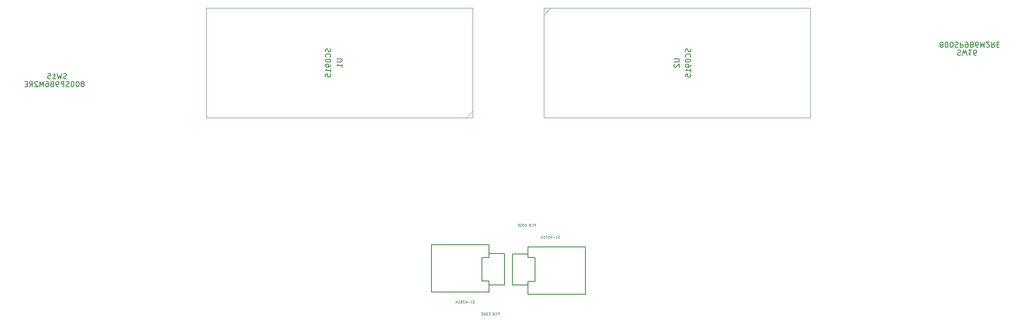
<source format=gbr>
%TF.GenerationSoftware,KiCad,Pcbnew,7.0.1-3b83917a11~172~ubuntu22.04.1*%
%TF.CreationDate,2023-03-22T13:00:23+01:00*%
%TF.ProjectId,Europe-ergo-smd,4575726f-7065-42d6-9572-676f2d736d64,rev?*%
%TF.SameCoordinates,Original*%
%TF.FileFunction,AssemblyDrawing,Bot*%
%FSLAX46Y46*%
G04 Gerber Fmt 4.6, Leading zero omitted, Abs format (unit mm)*
G04 Created by KiCad (PCBNEW 7.0.1-3b83917a11~172~ubuntu22.04.1) date 2023-03-22 13:00:23*
%MOMM*%
%LPD*%
G01*
G04 APERTURE LIST*
%ADD10C,0.150000*%
%ADD11C,0.120211*%
%ADD12C,0.120069*%
%ADD13C,0.127000*%
%ADD14C,0.120000*%
G04 APERTURE END LIST*
D10*
%TO.C,SW16*%
X395089809Y-49298809D02*
X394994571Y-49346428D01*
X394994571Y-49346428D02*
X394946952Y-49394047D01*
X394946952Y-49394047D02*
X394899333Y-49489285D01*
X394899333Y-49489285D02*
X394899333Y-49536904D01*
X394899333Y-49536904D02*
X394946952Y-49632142D01*
X394946952Y-49632142D02*
X394994571Y-49679761D01*
X394994571Y-49679761D02*
X395089809Y-49727380D01*
X395089809Y-49727380D02*
X395280285Y-49727380D01*
X395280285Y-49727380D02*
X395375523Y-49679761D01*
X395375523Y-49679761D02*
X395423142Y-49632142D01*
X395423142Y-49632142D02*
X395470761Y-49536904D01*
X395470761Y-49536904D02*
X395470761Y-49489285D01*
X395470761Y-49489285D02*
X395423142Y-49394047D01*
X395423142Y-49394047D02*
X395375523Y-49346428D01*
X395375523Y-49346428D02*
X395280285Y-49298809D01*
X395280285Y-49298809D02*
X395089809Y-49298809D01*
X395089809Y-49298809D02*
X394994571Y-49251190D01*
X394994571Y-49251190D02*
X394946952Y-49203571D01*
X394946952Y-49203571D02*
X394899333Y-49108333D01*
X394899333Y-49108333D02*
X394899333Y-48917857D01*
X394899333Y-48917857D02*
X394946952Y-48822619D01*
X394946952Y-48822619D02*
X394994571Y-48775000D01*
X394994571Y-48775000D02*
X395089809Y-48727380D01*
X395089809Y-48727380D02*
X395280285Y-48727380D01*
X395280285Y-48727380D02*
X395375523Y-48775000D01*
X395375523Y-48775000D02*
X395423142Y-48822619D01*
X395423142Y-48822619D02*
X395470761Y-48917857D01*
X395470761Y-48917857D02*
X395470761Y-49108333D01*
X395470761Y-49108333D02*
X395423142Y-49203571D01*
X395423142Y-49203571D02*
X395375523Y-49251190D01*
X395375523Y-49251190D02*
X395280285Y-49298809D01*
X396089809Y-49727380D02*
X396185047Y-49727380D01*
X396185047Y-49727380D02*
X396280285Y-49679761D01*
X396280285Y-49679761D02*
X396327904Y-49632142D01*
X396327904Y-49632142D02*
X396375523Y-49536904D01*
X396375523Y-49536904D02*
X396423142Y-49346428D01*
X396423142Y-49346428D02*
X396423142Y-49108333D01*
X396423142Y-49108333D02*
X396375523Y-48917857D01*
X396375523Y-48917857D02*
X396327904Y-48822619D01*
X396327904Y-48822619D02*
X396280285Y-48775000D01*
X396280285Y-48775000D02*
X396185047Y-48727380D01*
X396185047Y-48727380D02*
X396089809Y-48727380D01*
X396089809Y-48727380D02*
X395994571Y-48775000D01*
X395994571Y-48775000D02*
X395946952Y-48822619D01*
X395946952Y-48822619D02*
X395899333Y-48917857D01*
X395899333Y-48917857D02*
X395851714Y-49108333D01*
X395851714Y-49108333D02*
X395851714Y-49346428D01*
X395851714Y-49346428D02*
X395899333Y-49536904D01*
X395899333Y-49536904D02*
X395946952Y-49632142D01*
X395946952Y-49632142D02*
X395994571Y-49679761D01*
X395994571Y-49679761D02*
X396089809Y-49727380D01*
X397042190Y-49727380D02*
X397137428Y-49727380D01*
X397137428Y-49727380D02*
X397232666Y-49679761D01*
X397232666Y-49679761D02*
X397280285Y-49632142D01*
X397280285Y-49632142D02*
X397327904Y-49536904D01*
X397327904Y-49536904D02*
X397375523Y-49346428D01*
X397375523Y-49346428D02*
X397375523Y-49108333D01*
X397375523Y-49108333D02*
X397327904Y-48917857D01*
X397327904Y-48917857D02*
X397280285Y-48822619D01*
X397280285Y-48822619D02*
X397232666Y-48775000D01*
X397232666Y-48775000D02*
X397137428Y-48727380D01*
X397137428Y-48727380D02*
X397042190Y-48727380D01*
X397042190Y-48727380D02*
X396946952Y-48775000D01*
X396946952Y-48775000D02*
X396899333Y-48822619D01*
X396899333Y-48822619D02*
X396851714Y-48917857D01*
X396851714Y-48917857D02*
X396804095Y-49108333D01*
X396804095Y-49108333D02*
X396804095Y-49346428D01*
X396804095Y-49346428D02*
X396851714Y-49536904D01*
X396851714Y-49536904D02*
X396899333Y-49632142D01*
X396899333Y-49632142D02*
X396946952Y-49679761D01*
X396946952Y-49679761D02*
X397042190Y-49727380D01*
X397756476Y-48775000D02*
X397899333Y-48727380D01*
X397899333Y-48727380D02*
X398137428Y-48727380D01*
X398137428Y-48727380D02*
X398232666Y-48775000D01*
X398232666Y-48775000D02*
X398280285Y-48822619D01*
X398280285Y-48822619D02*
X398327904Y-48917857D01*
X398327904Y-48917857D02*
X398327904Y-49013095D01*
X398327904Y-49013095D02*
X398280285Y-49108333D01*
X398280285Y-49108333D02*
X398232666Y-49155952D01*
X398232666Y-49155952D02*
X398137428Y-49203571D01*
X398137428Y-49203571D02*
X397946952Y-49251190D01*
X397946952Y-49251190D02*
X397851714Y-49298809D01*
X397851714Y-49298809D02*
X397804095Y-49346428D01*
X397804095Y-49346428D02*
X397756476Y-49441666D01*
X397756476Y-49441666D02*
X397756476Y-49536904D01*
X397756476Y-49536904D02*
X397804095Y-49632142D01*
X397804095Y-49632142D02*
X397851714Y-49679761D01*
X397851714Y-49679761D02*
X397946952Y-49727380D01*
X397946952Y-49727380D02*
X398185047Y-49727380D01*
X398185047Y-49727380D02*
X398327904Y-49679761D01*
X398756476Y-48727380D02*
X398756476Y-49727380D01*
X398756476Y-49727380D02*
X399137428Y-49727380D01*
X399137428Y-49727380D02*
X399232666Y-49679761D01*
X399232666Y-49679761D02*
X399280285Y-49632142D01*
X399280285Y-49632142D02*
X399327904Y-49536904D01*
X399327904Y-49536904D02*
X399327904Y-49394047D01*
X399327904Y-49394047D02*
X399280285Y-49298809D01*
X399280285Y-49298809D02*
X399232666Y-49251190D01*
X399232666Y-49251190D02*
X399137428Y-49203571D01*
X399137428Y-49203571D02*
X398756476Y-49203571D01*
X399804095Y-48727380D02*
X399994571Y-48727380D01*
X399994571Y-48727380D02*
X400089809Y-48775000D01*
X400089809Y-48775000D02*
X400137428Y-48822619D01*
X400137428Y-48822619D02*
X400232666Y-48965476D01*
X400232666Y-48965476D02*
X400280285Y-49155952D01*
X400280285Y-49155952D02*
X400280285Y-49536904D01*
X400280285Y-49536904D02*
X400232666Y-49632142D01*
X400232666Y-49632142D02*
X400185047Y-49679761D01*
X400185047Y-49679761D02*
X400089809Y-49727380D01*
X400089809Y-49727380D02*
X399899333Y-49727380D01*
X399899333Y-49727380D02*
X399804095Y-49679761D01*
X399804095Y-49679761D02*
X399756476Y-49632142D01*
X399756476Y-49632142D02*
X399708857Y-49536904D01*
X399708857Y-49536904D02*
X399708857Y-49298809D01*
X399708857Y-49298809D02*
X399756476Y-49203571D01*
X399756476Y-49203571D02*
X399804095Y-49155952D01*
X399804095Y-49155952D02*
X399899333Y-49108333D01*
X399899333Y-49108333D02*
X400089809Y-49108333D01*
X400089809Y-49108333D02*
X400185047Y-49155952D01*
X400185047Y-49155952D02*
X400232666Y-49203571D01*
X400232666Y-49203571D02*
X400280285Y-49298809D01*
X401042190Y-49251190D02*
X401185047Y-49203571D01*
X401185047Y-49203571D02*
X401232666Y-49155952D01*
X401232666Y-49155952D02*
X401280285Y-49060714D01*
X401280285Y-49060714D02*
X401280285Y-48917857D01*
X401280285Y-48917857D02*
X401232666Y-48822619D01*
X401232666Y-48822619D02*
X401185047Y-48775000D01*
X401185047Y-48775000D02*
X401089809Y-48727380D01*
X401089809Y-48727380D02*
X400708857Y-48727380D01*
X400708857Y-48727380D02*
X400708857Y-49727380D01*
X400708857Y-49727380D02*
X401042190Y-49727380D01*
X401042190Y-49727380D02*
X401137428Y-49679761D01*
X401137428Y-49679761D02*
X401185047Y-49632142D01*
X401185047Y-49632142D02*
X401232666Y-49536904D01*
X401232666Y-49536904D02*
X401232666Y-49441666D01*
X401232666Y-49441666D02*
X401185047Y-49346428D01*
X401185047Y-49346428D02*
X401137428Y-49298809D01*
X401137428Y-49298809D02*
X401042190Y-49251190D01*
X401042190Y-49251190D02*
X400708857Y-49251190D01*
X402137428Y-49727380D02*
X401946952Y-49727380D01*
X401946952Y-49727380D02*
X401851714Y-49679761D01*
X401851714Y-49679761D02*
X401804095Y-49632142D01*
X401804095Y-49632142D02*
X401708857Y-49489285D01*
X401708857Y-49489285D02*
X401661238Y-49298809D01*
X401661238Y-49298809D02*
X401661238Y-48917857D01*
X401661238Y-48917857D02*
X401708857Y-48822619D01*
X401708857Y-48822619D02*
X401756476Y-48775000D01*
X401756476Y-48775000D02*
X401851714Y-48727380D01*
X401851714Y-48727380D02*
X402042190Y-48727380D01*
X402042190Y-48727380D02*
X402137428Y-48775000D01*
X402137428Y-48775000D02*
X402185047Y-48822619D01*
X402185047Y-48822619D02*
X402232666Y-48917857D01*
X402232666Y-48917857D02*
X402232666Y-49155952D01*
X402232666Y-49155952D02*
X402185047Y-49251190D01*
X402185047Y-49251190D02*
X402137428Y-49298809D01*
X402137428Y-49298809D02*
X402042190Y-49346428D01*
X402042190Y-49346428D02*
X401851714Y-49346428D01*
X401851714Y-49346428D02*
X401756476Y-49298809D01*
X401756476Y-49298809D02*
X401708857Y-49251190D01*
X401708857Y-49251190D02*
X401661238Y-49155952D01*
X402661238Y-48727380D02*
X402661238Y-49727380D01*
X402661238Y-49727380D02*
X402994571Y-49013095D01*
X402994571Y-49013095D02*
X403327904Y-49727380D01*
X403327904Y-49727380D02*
X403327904Y-48727380D01*
X403756476Y-49632142D02*
X403804095Y-49679761D01*
X403804095Y-49679761D02*
X403899333Y-49727380D01*
X403899333Y-49727380D02*
X404137428Y-49727380D01*
X404137428Y-49727380D02*
X404232666Y-49679761D01*
X404232666Y-49679761D02*
X404280285Y-49632142D01*
X404280285Y-49632142D02*
X404327904Y-49536904D01*
X404327904Y-49536904D02*
X404327904Y-49441666D01*
X404327904Y-49441666D02*
X404280285Y-49298809D01*
X404280285Y-49298809D02*
X403708857Y-48727380D01*
X403708857Y-48727380D02*
X404327904Y-48727380D01*
X405327904Y-48727380D02*
X404994571Y-49203571D01*
X404756476Y-48727380D02*
X404756476Y-49727380D01*
X404756476Y-49727380D02*
X405137428Y-49727380D01*
X405137428Y-49727380D02*
X405232666Y-49679761D01*
X405232666Y-49679761D02*
X405280285Y-49632142D01*
X405280285Y-49632142D02*
X405327904Y-49536904D01*
X405327904Y-49536904D02*
X405327904Y-49394047D01*
X405327904Y-49394047D02*
X405280285Y-49298809D01*
X405280285Y-49298809D02*
X405232666Y-49251190D01*
X405232666Y-49251190D02*
X405137428Y-49203571D01*
X405137428Y-49203571D02*
X404756476Y-49203571D01*
X405756476Y-49251190D02*
X406089809Y-49251190D01*
X406232666Y-48727380D02*
X405756476Y-48727380D01*
X405756476Y-48727380D02*
X405756476Y-49727380D01*
X405756476Y-49727380D02*
X406232666Y-49727380D01*
X398248476Y-50299000D02*
X398391333Y-50251380D01*
X398391333Y-50251380D02*
X398629428Y-50251380D01*
X398629428Y-50251380D02*
X398724666Y-50299000D01*
X398724666Y-50299000D02*
X398772285Y-50346619D01*
X398772285Y-50346619D02*
X398819904Y-50441857D01*
X398819904Y-50441857D02*
X398819904Y-50537095D01*
X398819904Y-50537095D02*
X398772285Y-50632333D01*
X398772285Y-50632333D02*
X398724666Y-50679952D01*
X398724666Y-50679952D02*
X398629428Y-50727571D01*
X398629428Y-50727571D02*
X398438952Y-50775190D01*
X398438952Y-50775190D02*
X398343714Y-50822809D01*
X398343714Y-50822809D02*
X398296095Y-50870428D01*
X398296095Y-50870428D02*
X398248476Y-50965666D01*
X398248476Y-50965666D02*
X398248476Y-51060904D01*
X398248476Y-51060904D02*
X398296095Y-51156142D01*
X398296095Y-51156142D02*
X398343714Y-51203761D01*
X398343714Y-51203761D02*
X398438952Y-51251380D01*
X398438952Y-51251380D02*
X398677047Y-51251380D01*
X398677047Y-51251380D02*
X398819904Y-51203761D01*
X399153238Y-51251380D02*
X399391333Y-50251380D01*
X399391333Y-50251380D02*
X399581809Y-50965666D01*
X399581809Y-50965666D02*
X399772285Y-50251380D01*
X399772285Y-50251380D02*
X400010381Y-51251380D01*
X400915142Y-50251380D02*
X400343714Y-50251380D01*
X400629428Y-50251380D02*
X400629428Y-51251380D01*
X400629428Y-51251380D02*
X400534190Y-51108523D01*
X400534190Y-51108523D02*
X400438952Y-51013285D01*
X400438952Y-51013285D02*
X400343714Y-50965666D01*
X401772285Y-51251380D02*
X401581809Y-51251380D01*
X401581809Y-51251380D02*
X401486571Y-51203761D01*
X401486571Y-51203761D02*
X401438952Y-51156142D01*
X401438952Y-51156142D02*
X401343714Y-51013285D01*
X401343714Y-51013285D02*
X401296095Y-50822809D01*
X401296095Y-50822809D02*
X401296095Y-50441857D01*
X401296095Y-50441857D02*
X401343714Y-50346619D01*
X401343714Y-50346619D02*
X401391333Y-50299000D01*
X401391333Y-50299000D02*
X401486571Y-50251380D01*
X401486571Y-50251380D02*
X401677047Y-50251380D01*
X401677047Y-50251380D02*
X401772285Y-50299000D01*
X401772285Y-50299000D02*
X401819904Y-50346619D01*
X401819904Y-50346619D02*
X401867523Y-50441857D01*
X401867523Y-50441857D02*
X401867523Y-50679952D01*
X401867523Y-50679952D02*
X401819904Y-50775190D01*
X401819904Y-50775190D02*
X401772285Y-50822809D01*
X401772285Y-50822809D02*
X401677047Y-50870428D01*
X401677047Y-50870428D02*
X401486571Y-50870428D01*
X401486571Y-50870428D02*
X401391333Y-50822809D01*
X401391333Y-50822809D02*
X401343714Y-50775190D01*
X401343714Y-50775190D02*
X401296095Y-50679952D01*
D11*
%TO.C,J2*%
X322060598Y-86243457D02*
X321991906Y-86266354D01*
X321991906Y-86266354D02*
X321877420Y-86266354D01*
X321877420Y-86266354D02*
X321831625Y-86243457D01*
X321831625Y-86243457D02*
X321808728Y-86220559D01*
X321808728Y-86220559D02*
X321785830Y-86174765D01*
X321785830Y-86174765D02*
X321785830Y-86128970D01*
X321785830Y-86128970D02*
X321808728Y-86083175D01*
X321808728Y-86083175D02*
X321831625Y-86060278D01*
X321831625Y-86060278D02*
X321877420Y-86037381D01*
X321877420Y-86037381D02*
X321969009Y-86014483D01*
X321969009Y-86014483D02*
X322014804Y-85991586D01*
X322014804Y-85991586D02*
X322037701Y-85968689D01*
X322037701Y-85968689D02*
X322060598Y-85922894D01*
X322060598Y-85922894D02*
X322060598Y-85877099D01*
X322060598Y-85877099D02*
X322037701Y-85831305D01*
X322037701Y-85831305D02*
X322014804Y-85808407D01*
X322014804Y-85808407D02*
X321969009Y-85785510D01*
X321969009Y-85785510D02*
X321854522Y-85785510D01*
X321854522Y-85785510D02*
X321785830Y-85808407D01*
X321442370Y-85785510D02*
X321442370Y-86128970D01*
X321442370Y-86128970D02*
X321465267Y-86197662D01*
X321465267Y-86197662D02*
X321511062Y-86243457D01*
X321511062Y-86243457D02*
X321579754Y-86266354D01*
X321579754Y-86266354D02*
X321625549Y-86266354D01*
X321213397Y-86083175D02*
X320847040Y-86083175D01*
X320411990Y-85945791D02*
X320411990Y-86266354D01*
X320526477Y-85762613D02*
X320640963Y-86106073D01*
X320640963Y-86106073D02*
X320343298Y-86106073D01*
X320205914Y-85785510D02*
X319908248Y-85785510D01*
X319908248Y-85785510D02*
X320068530Y-85968689D01*
X320068530Y-85968689D02*
X319999838Y-85968689D01*
X319999838Y-85968689D02*
X319954043Y-85991586D01*
X319954043Y-85991586D02*
X319931146Y-86014483D01*
X319931146Y-86014483D02*
X319908248Y-86060278D01*
X319908248Y-86060278D02*
X319908248Y-86174765D01*
X319908248Y-86174765D02*
X319931146Y-86220559D01*
X319931146Y-86220559D02*
X319954043Y-86243457D01*
X319954043Y-86243457D02*
X319999838Y-86266354D01*
X319999838Y-86266354D02*
X320137222Y-86266354D01*
X320137222Y-86266354D02*
X320183016Y-86243457D01*
X320183016Y-86243457D02*
X320205914Y-86220559D01*
X319473199Y-85785510D02*
X319702172Y-85785510D01*
X319702172Y-85785510D02*
X319725069Y-86014483D01*
X319725069Y-86014483D02*
X319702172Y-85991586D01*
X319702172Y-85991586D02*
X319656377Y-85968689D01*
X319656377Y-85968689D02*
X319541891Y-85968689D01*
X319541891Y-85968689D02*
X319496096Y-85991586D01*
X319496096Y-85991586D02*
X319473199Y-86014483D01*
X319473199Y-86014483D02*
X319450301Y-86060278D01*
X319450301Y-86060278D02*
X319450301Y-86174765D01*
X319450301Y-86174765D02*
X319473199Y-86220559D01*
X319473199Y-86220559D02*
X319496096Y-86243457D01*
X319496096Y-86243457D02*
X319541891Y-86266354D01*
X319541891Y-86266354D02*
X319656377Y-86266354D01*
X319656377Y-86266354D02*
X319702172Y-86243457D01*
X319702172Y-86243457D02*
X319725069Y-86220559D01*
X318992354Y-86266354D02*
X319267122Y-86266354D01*
X319129738Y-86266354D02*
X319129738Y-85785510D01*
X319129738Y-85785510D02*
X319175533Y-85854202D01*
X319175533Y-85854202D02*
X319221328Y-85899997D01*
X319221328Y-85899997D02*
X319267122Y-85922894D01*
X318580202Y-85945791D02*
X318580202Y-86266354D01*
X318694689Y-85762613D02*
X318809175Y-86106073D01*
X318809175Y-86106073D02*
X318511510Y-86106073D01*
D12*
X317525519Y-83967285D02*
X317525519Y-83487008D01*
X317525519Y-83487008D02*
X317342556Y-83487008D01*
X317342556Y-83487008D02*
X317296816Y-83509878D01*
X317296816Y-83509878D02*
X317273945Y-83532749D01*
X317273945Y-83532749D02*
X317251075Y-83578489D01*
X317251075Y-83578489D02*
X317251075Y-83647100D01*
X317251075Y-83647100D02*
X317273945Y-83692841D01*
X317273945Y-83692841D02*
X317296816Y-83715711D01*
X317296816Y-83715711D02*
X317342556Y-83738582D01*
X317342556Y-83738582D02*
X317525519Y-83738582D01*
X316770798Y-83921544D02*
X316793668Y-83944415D01*
X316793668Y-83944415D02*
X316862279Y-83967285D01*
X316862279Y-83967285D02*
X316908020Y-83967285D01*
X316908020Y-83967285D02*
X316976631Y-83944415D01*
X316976631Y-83944415D02*
X317022372Y-83898674D01*
X317022372Y-83898674D02*
X317045242Y-83852933D01*
X317045242Y-83852933D02*
X317068112Y-83761452D01*
X317068112Y-83761452D02*
X317068112Y-83692841D01*
X317068112Y-83692841D02*
X317045242Y-83601360D01*
X317045242Y-83601360D02*
X317022372Y-83555619D01*
X317022372Y-83555619D02*
X316976631Y-83509878D01*
X316976631Y-83509878D02*
X316908020Y-83487008D01*
X316908020Y-83487008D02*
X316862279Y-83487008D01*
X316862279Y-83487008D02*
X316793668Y-83509878D01*
X316793668Y-83509878D02*
X316770798Y-83532749D01*
X316404873Y-83715711D02*
X316336262Y-83738582D01*
X316336262Y-83738582D02*
X316313391Y-83761452D01*
X316313391Y-83761452D02*
X316290521Y-83807193D01*
X316290521Y-83807193D02*
X316290521Y-83875804D01*
X316290521Y-83875804D02*
X316313391Y-83921544D01*
X316313391Y-83921544D02*
X316336262Y-83944415D01*
X316336262Y-83944415D02*
X316382002Y-83967285D01*
X316382002Y-83967285D02*
X316564965Y-83967285D01*
X316564965Y-83967285D02*
X316564965Y-83487008D01*
X316564965Y-83487008D02*
X316404873Y-83487008D01*
X316404873Y-83487008D02*
X316359132Y-83509878D01*
X316359132Y-83509878D02*
X316336262Y-83532749D01*
X316336262Y-83532749D02*
X316313391Y-83578489D01*
X316313391Y-83578489D02*
X316313391Y-83624230D01*
X316313391Y-83624230D02*
X316336262Y-83669971D01*
X316336262Y-83669971D02*
X316359132Y-83692841D01*
X316359132Y-83692841D02*
X316404873Y-83715711D01*
X316404873Y-83715711D02*
X316564965Y-83715711D01*
X315718763Y-83715711D02*
X315558671Y-83715711D01*
X315490060Y-83967285D02*
X315718763Y-83967285D01*
X315718763Y-83967285D02*
X315718763Y-83487008D01*
X315718763Y-83487008D02*
X315490060Y-83487008D01*
X315284227Y-83967285D02*
X315284227Y-83487008D01*
X315284227Y-83487008D02*
X315169875Y-83487008D01*
X315169875Y-83487008D02*
X315101264Y-83509878D01*
X315101264Y-83509878D02*
X315055524Y-83555619D01*
X315055524Y-83555619D02*
X315032653Y-83601360D01*
X315032653Y-83601360D02*
X315009783Y-83692841D01*
X315009783Y-83692841D02*
X315009783Y-83761452D01*
X315009783Y-83761452D02*
X315032653Y-83852933D01*
X315032653Y-83852933D02*
X315055524Y-83898674D01*
X315055524Y-83898674D02*
X315101264Y-83944415D01*
X315101264Y-83944415D02*
X315169875Y-83967285D01*
X315169875Y-83967285D02*
X315284227Y-83967285D01*
X314552376Y-83509878D02*
X314598117Y-83487008D01*
X314598117Y-83487008D02*
X314666728Y-83487008D01*
X314666728Y-83487008D02*
X314735339Y-83509878D01*
X314735339Y-83509878D02*
X314781080Y-83555619D01*
X314781080Y-83555619D02*
X314803950Y-83601360D01*
X314803950Y-83601360D02*
X314826820Y-83692841D01*
X314826820Y-83692841D02*
X314826820Y-83761452D01*
X314826820Y-83761452D02*
X314803950Y-83852933D01*
X314803950Y-83852933D02*
X314781080Y-83898674D01*
X314781080Y-83898674D02*
X314735339Y-83944415D01*
X314735339Y-83944415D02*
X314666728Y-83967285D01*
X314666728Y-83967285D02*
X314620987Y-83967285D01*
X314620987Y-83967285D02*
X314552376Y-83944415D01*
X314552376Y-83944415D02*
X314529506Y-83921544D01*
X314529506Y-83921544D02*
X314529506Y-83761452D01*
X314529506Y-83761452D02*
X314620987Y-83761452D01*
X314323673Y-83715711D02*
X314163581Y-83715711D01*
X314094970Y-83967285D02*
X314323673Y-83967285D01*
X314323673Y-83967285D02*
X314323673Y-83487008D01*
X314323673Y-83487008D02*
X314094970Y-83487008D01*
D10*
%TO.C,U1*%
X278256000Y-50034524D02*
X278303619Y-50177381D01*
X278303619Y-50177381D02*
X278303619Y-50415476D01*
X278303619Y-50415476D02*
X278256000Y-50510714D01*
X278256000Y-50510714D02*
X278208380Y-50558333D01*
X278208380Y-50558333D02*
X278113142Y-50605952D01*
X278113142Y-50605952D02*
X278017904Y-50605952D01*
X278017904Y-50605952D02*
X277922666Y-50558333D01*
X277922666Y-50558333D02*
X277875047Y-50510714D01*
X277875047Y-50510714D02*
X277827428Y-50415476D01*
X277827428Y-50415476D02*
X277779809Y-50225000D01*
X277779809Y-50225000D02*
X277732190Y-50129762D01*
X277732190Y-50129762D02*
X277684571Y-50082143D01*
X277684571Y-50082143D02*
X277589333Y-50034524D01*
X277589333Y-50034524D02*
X277494095Y-50034524D01*
X277494095Y-50034524D02*
X277398857Y-50082143D01*
X277398857Y-50082143D02*
X277351238Y-50129762D01*
X277351238Y-50129762D02*
X277303619Y-50225000D01*
X277303619Y-50225000D02*
X277303619Y-50463095D01*
X277303619Y-50463095D02*
X277351238Y-50605952D01*
X278208380Y-51605952D02*
X278256000Y-51558333D01*
X278256000Y-51558333D02*
X278303619Y-51415476D01*
X278303619Y-51415476D02*
X278303619Y-51320238D01*
X278303619Y-51320238D02*
X278256000Y-51177381D01*
X278256000Y-51177381D02*
X278160761Y-51082143D01*
X278160761Y-51082143D02*
X278065523Y-51034524D01*
X278065523Y-51034524D02*
X277875047Y-50986905D01*
X277875047Y-50986905D02*
X277732190Y-50986905D01*
X277732190Y-50986905D02*
X277541714Y-51034524D01*
X277541714Y-51034524D02*
X277446476Y-51082143D01*
X277446476Y-51082143D02*
X277351238Y-51177381D01*
X277351238Y-51177381D02*
X277303619Y-51320238D01*
X277303619Y-51320238D02*
X277303619Y-51415476D01*
X277303619Y-51415476D02*
X277351238Y-51558333D01*
X277351238Y-51558333D02*
X277398857Y-51605952D01*
X277303619Y-52225000D02*
X277303619Y-52320238D01*
X277303619Y-52320238D02*
X277351238Y-52415476D01*
X277351238Y-52415476D02*
X277398857Y-52463095D01*
X277398857Y-52463095D02*
X277494095Y-52510714D01*
X277494095Y-52510714D02*
X277684571Y-52558333D01*
X277684571Y-52558333D02*
X277922666Y-52558333D01*
X277922666Y-52558333D02*
X278113142Y-52510714D01*
X278113142Y-52510714D02*
X278208380Y-52463095D01*
X278208380Y-52463095D02*
X278256000Y-52415476D01*
X278256000Y-52415476D02*
X278303619Y-52320238D01*
X278303619Y-52320238D02*
X278303619Y-52225000D01*
X278303619Y-52225000D02*
X278256000Y-52129762D01*
X278256000Y-52129762D02*
X278208380Y-52082143D01*
X278208380Y-52082143D02*
X278113142Y-52034524D01*
X278113142Y-52034524D02*
X277922666Y-51986905D01*
X277922666Y-51986905D02*
X277684571Y-51986905D01*
X277684571Y-51986905D02*
X277494095Y-52034524D01*
X277494095Y-52034524D02*
X277398857Y-52082143D01*
X277398857Y-52082143D02*
X277351238Y-52129762D01*
X277351238Y-52129762D02*
X277303619Y-52225000D01*
X278303619Y-53034524D02*
X278303619Y-53225000D01*
X278303619Y-53225000D02*
X278256000Y-53320238D01*
X278256000Y-53320238D02*
X278208380Y-53367857D01*
X278208380Y-53367857D02*
X278065523Y-53463095D01*
X278065523Y-53463095D02*
X277875047Y-53510714D01*
X277875047Y-53510714D02*
X277494095Y-53510714D01*
X277494095Y-53510714D02*
X277398857Y-53463095D01*
X277398857Y-53463095D02*
X277351238Y-53415476D01*
X277351238Y-53415476D02*
X277303619Y-53320238D01*
X277303619Y-53320238D02*
X277303619Y-53129762D01*
X277303619Y-53129762D02*
X277351238Y-53034524D01*
X277351238Y-53034524D02*
X277398857Y-52986905D01*
X277398857Y-52986905D02*
X277494095Y-52939286D01*
X277494095Y-52939286D02*
X277732190Y-52939286D01*
X277732190Y-52939286D02*
X277827428Y-52986905D01*
X277827428Y-52986905D02*
X277875047Y-53034524D01*
X277875047Y-53034524D02*
X277922666Y-53129762D01*
X277922666Y-53129762D02*
X277922666Y-53320238D01*
X277922666Y-53320238D02*
X277875047Y-53415476D01*
X277875047Y-53415476D02*
X277827428Y-53463095D01*
X277827428Y-53463095D02*
X277732190Y-53510714D01*
X278303619Y-54463095D02*
X278303619Y-53891667D01*
X278303619Y-54177381D02*
X277303619Y-54177381D01*
X277303619Y-54177381D02*
X277446476Y-54082143D01*
X277446476Y-54082143D02*
X277541714Y-53986905D01*
X277541714Y-53986905D02*
X277589333Y-53891667D01*
X277303619Y-55367857D02*
X277303619Y-54891667D01*
X277303619Y-54891667D02*
X277779809Y-54844048D01*
X277779809Y-54844048D02*
X277732190Y-54891667D01*
X277732190Y-54891667D02*
X277684571Y-54986905D01*
X277684571Y-54986905D02*
X277684571Y-55225000D01*
X277684571Y-55225000D02*
X277732190Y-55320238D01*
X277732190Y-55320238D02*
X277779809Y-55367857D01*
X277779809Y-55367857D02*
X277875047Y-55415476D01*
X277875047Y-55415476D02*
X278113142Y-55415476D01*
X278113142Y-55415476D02*
X278208380Y-55367857D01*
X278208380Y-55367857D02*
X278256000Y-55320238D01*
X278256000Y-55320238D02*
X278303619Y-55225000D01*
X278303619Y-55225000D02*
X278303619Y-54986905D01*
X278303619Y-54986905D02*
X278256000Y-54891667D01*
X278256000Y-54891667D02*
X278208380Y-54844048D01*
X279462619Y-51963095D02*
X280272142Y-51963095D01*
X280272142Y-51963095D02*
X280367380Y-52010714D01*
X280367380Y-52010714D02*
X280415000Y-52058333D01*
X280415000Y-52058333D02*
X280462619Y-52153571D01*
X280462619Y-52153571D02*
X280462619Y-52344047D01*
X280462619Y-52344047D02*
X280415000Y-52439285D01*
X280415000Y-52439285D02*
X280367380Y-52486904D01*
X280367380Y-52486904D02*
X280272142Y-52534523D01*
X280272142Y-52534523D02*
X279462619Y-52534523D01*
X280462619Y-53534523D02*
X280462619Y-52963095D01*
X280462619Y-53248809D02*
X279462619Y-53248809D01*
X279462619Y-53248809D02*
X279605476Y-53153571D01*
X279605476Y-53153571D02*
X279700714Y-53058333D01*
X279700714Y-53058333D02*
X279748333Y-52963095D01*
%TO.C,U2*%
X347124000Y-50034524D02*
X347171619Y-50177381D01*
X347171619Y-50177381D02*
X347171619Y-50415476D01*
X347171619Y-50415476D02*
X347124000Y-50510714D01*
X347124000Y-50510714D02*
X347076380Y-50558333D01*
X347076380Y-50558333D02*
X346981142Y-50605952D01*
X346981142Y-50605952D02*
X346885904Y-50605952D01*
X346885904Y-50605952D02*
X346790666Y-50558333D01*
X346790666Y-50558333D02*
X346743047Y-50510714D01*
X346743047Y-50510714D02*
X346695428Y-50415476D01*
X346695428Y-50415476D02*
X346647809Y-50225000D01*
X346647809Y-50225000D02*
X346600190Y-50129762D01*
X346600190Y-50129762D02*
X346552571Y-50082143D01*
X346552571Y-50082143D02*
X346457333Y-50034524D01*
X346457333Y-50034524D02*
X346362095Y-50034524D01*
X346362095Y-50034524D02*
X346266857Y-50082143D01*
X346266857Y-50082143D02*
X346219238Y-50129762D01*
X346219238Y-50129762D02*
X346171619Y-50225000D01*
X346171619Y-50225000D02*
X346171619Y-50463095D01*
X346171619Y-50463095D02*
X346219238Y-50605952D01*
X347076380Y-51605952D02*
X347124000Y-51558333D01*
X347124000Y-51558333D02*
X347171619Y-51415476D01*
X347171619Y-51415476D02*
X347171619Y-51320238D01*
X347171619Y-51320238D02*
X347124000Y-51177381D01*
X347124000Y-51177381D02*
X347028761Y-51082143D01*
X347028761Y-51082143D02*
X346933523Y-51034524D01*
X346933523Y-51034524D02*
X346743047Y-50986905D01*
X346743047Y-50986905D02*
X346600190Y-50986905D01*
X346600190Y-50986905D02*
X346409714Y-51034524D01*
X346409714Y-51034524D02*
X346314476Y-51082143D01*
X346314476Y-51082143D02*
X346219238Y-51177381D01*
X346219238Y-51177381D02*
X346171619Y-51320238D01*
X346171619Y-51320238D02*
X346171619Y-51415476D01*
X346171619Y-51415476D02*
X346219238Y-51558333D01*
X346219238Y-51558333D02*
X346266857Y-51605952D01*
X346171619Y-52225000D02*
X346171619Y-52320238D01*
X346171619Y-52320238D02*
X346219238Y-52415476D01*
X346219238Y-52415476D02*
X346266857Y-52463095D01*
X346266857Y-52463095D02*
X346362095Y-52510714D01*
X346362095Y-52510714D02*
X346552571Y-52558333D01*
X346552571Y-52558333D02*
X346790666Y-52558333D01*
X346790666Y-52558333D02*
X346981142Y-52510714D01*
X346981142Y-52510714D02*
X347076380Y-52463095D01*
X347076380Y-52463095D02*
X347124000Y-52415476D01*
X347124000Y-52415476D02*
X347171619Y-52320238D01*
X347171619Y-52320238D02*
X347171619Y-52225000D01*
X347171619Y-52225000D02*
X347124000Y-52129762D01*
X347124000Y-52129762D02*
X347076380Y-52082143D01*
X347076380Y-52082143D02*
X346981142Y-52034524D01*
X346981142Y-52034524D02*
X346790666Y-51986905D01*
X346790666Y-51986905D02*
X346552571Y-51986905D01*
X346552571Y-51986905D02*
X346362095Y-52034524D01*
X346362095Y-52034524D02*
X346266857Y-52082143D01*
X346266857Y-52082143D02*
X346219238Y-52129762D01*
X346219238Y-52129762D02*
X346171619Y-52225000D01*
X347171619Y-53034524D02*
X347171619Y-53225000D01*
X347171619Y-53225000D02*
X347124000Y-53320238D01*
X347124000Y-53320238D02*
X347076380Y-53367857D01*
X347076380Y-53367857D02*
X346933523Y-53463095D01*
X346933523Y-53463095D02*
X346743047Y-53510714D01*
X346743047Y-53510714D02*
X346362095Y-53510714D01*
X346362095Y-53510714D02*
X346266857Y-53463095D01*
X346266857Y-53463095D02*
X346219238Y-53415476D01*
X346219238Y-53415476D02*
X346171619Y-53320238D01*
X346171619Y-53320238D02*
X346171619Y-53129762D01*
X346171619Y-53129762D02*
X346219238Y-53034524D01*
X346219238Y-53034524D02*
X346266857Y-52986905D01*
X346266857Y-52986905D02*
X346362095Y-52939286D01*
X346362095Y-52939286D02*
X346600190Y-52939286D01*
X346600190Y-52939286D02*
X346695428Y-52986905D01*
X346695428Y-52986905D02*
X346743047Y-53034524D01*
X346743047Y-53034524D02*
X346790666Y-53129762D01*
X346790666Y-53129762D02*
X346790666Y-53320238D01*
X346790666Y-53320238D02*
X346743047Y-53415476D01*
X346743047Y-53415476D02*
X346695428Y-53463095D01*
X346695428Y-53463095D02*
X346600190Y-53510714D01*
X347171619Y-54463095D02*
X347171619Y-53891667D01*
X347171619Y-54177381D02*
X346171619Y-54177381D01*
X346171619Y-54177381D02*
X346314476Y-54082143D01*
X346314476Y-54082143D02*
X346409714Y-53986905D01*
X346409714Y-53986905D02*
X346457333Y-53891667D01*
X346171619Y-55367857D02*
X346171619Y-54891667D01*
X346171619Y-54891667D02*
X346647809Y-54844048D01*
X346647809Y-54844048D02*
X346600190Y-54891667D01*
X346600190Y-54891667D02*
X346552571Y-54986905D01*
X346552571Y-54986905D02*
X346552571Y-55225000D01*
X346552571Y-55225000D02*
X346600190Y-55320238D01*
X346600190Y-55320238D02*
X346647809Y-55367857D01*
X346647809Y-55367857D02*
X346743047Y-55415476D01*
X346743047Y-55415476D02*
X346981142Y-55415476D01*
X346981142Y-55415476D02*
X347076380Y-55367857D01*
X347076380Y-55367857D02*
X347124000Y-55320238D01*
X347124000Y-55320238D02*
X347171619Y-55225000D01*
X347171619Y-55225000D02*
X347171619Y-54986905D01*
X347171619Y-54986905D02*
X347124000Y-54891667D01*
X347124000Y-54891667D02*
X347076380Y-54844048D01*
X344012619Y-51963095D02*
X344822142Y-51963095D01*
X344822142Y-51963095D02*
X344917380Y-52010714D01*
X344917380Y-52010714D02*
X344965000Y-52058333D01*
X344965000Y-52058333D02*
X345012619Y-52153571D01*
X345012619Y-52153571D02*
X345012619Y-52344047D01*
X345012619Y-52344047D02*
X344965000Y-52439285D01*
X344965000Y-52439285D02*
X344917380Y-52486904D01*
X344917380Y-52486904D02*
X344822142Y-52534523D01*
X344822142Y-52534523D02*
X344012619Y-52534523D01*
X344107857Y-52963095D02*
X344060238Y-53010714D01*
X344060238Y-53010714D02*
X344012619Y-53105952D01*
X344012619Y-53105952D02*
X344012619Y-53344047D01*
X344012619Y-53344047D02*
X344060238Y-53439285D01*
X344060238Y-53439285D02*
X344107857Y-53486904D01*
X344107857Y-53486904D02*
X344203095Y-53534523D01*
X344203095Y-53534523D02*
X344298333Y-53534523D01*
X344298333Y-53534523D02*
X344441190Y-53486904D01*
X344441190Y-53486904D02*
X345012619Y-52915476D01*
X345012619Y-52915476D02*
X345012619Y-53534523D01*
%TO.C,SW15*%
X230920190Y-56701190D02*
X231015428Y-56653571D01*
X231015428Y-56653571D02*
X231063047Y-56605952D01*
X231063047Y-56605952D02*
X231110666Y-56510714D01*
X231110666Y-56510714D02*
X231110666Y-56463095D01*
X231110666Y-56463095D02*
X231063047Y-56367857D01*
X231063047Y-56367857D02*
X231015428Y-56320238D01*
X231015428Y-56320238D02*
X230920190Y-56272619D01*
X230920190Y-56272619D02*
X230729714Y-56272619D01*
X230729714Y-56272619D02*
X230634476Y-56320238D01*
X230634476Y-56320238D02*
X230586857Y-56367857D01*
X230586857Y-56367857D02*
X230539238Y-56463095D01*
X230539238Y-56463095D02*
X230539238Y-56510714D01*
X230539238Y-56510714D02*
X230586857Y-56605952D01*
X230586857Y-56605952D02*
X230634476Y-56653571D01*
X230634476Y-56653571D02*
X230729714Y-56701190D01*
X230729714Y-56701190D02*
X230920190Y-56701190D01*
X230920190Y-56701190D02*
X231015428Y-56748809D01*
X231015428Y-56748809D02*
X231063047Y-56796428D01*
X231063047Y-56796428D02*
X231110666Y-56891666D01*
X231110666Y-56891666D02*
X231110666Y-57082142D01*
X231110666Y-57082142D02*
X231063047Y-57177380D01*
X231063047Y-57177380D02*
X231015428Y-57225000D01*
X231015428Y-57225000D02*
X230920190Y-57272619D01*
X230920190Y-57272619D02*
X230729714Y-57272619D01*
X230729714Y-57272619D02*
X230634476Y-57225000D01*
X230634476Y-57225000D02*
X230586857Y-57177380D01*
X230586857Y-57177380D02*
X230539238Y-57082142D01*
X230539238Y-57082142D02*
X230539238Y-56891666D01*
X230539238Y-56891666D02*
X230586857Y-56796428D01*
X230586857Y-56796428D02*
X230634476Y-56748809D01*
X230634476Y-56748809D02*
X230729714Y-56701190D01*
X229920190Y-56272619D02*
X229824952Y-56272619D01*
X229824952Y-56272619D02*
X229729714Y-56320238D01*
X229729714Y-56320238D02*
X229682095Y-56367857D01*
X229682095Y-56367857D02*
X229634476Y-56463095D01*
X229634476Y-56463095D02*
X229586857Y-56653571D01*
X229586857Y-56653571D02*
X229586857Y-56891666D01*
X229586857Y-56891666D02*
X229634476Y-57082142D01*
X229634476Y-57082142D02*
X229682095Y-57177380D01*
X229682095Y-57177380D02*
X229729714Y-57225000D01*
X229729714Y-57225000D02*
X229824952Y-57272619D01*
X229824952Y-57272619D02*
X229920190Y-57272619D01*
X229920190Y-57272619D02*
X230015428Y-57225000D01*
X230015428Y-57225000D02*
X230063047Y-57177380D01*
X230063047Y-57177380D02*
X230110666Y-57082142D01*
X230110666Y-57082142D02*
X230158285Y-56891666D01*
X230158285Y-56891666D02*
X230158285Y-56653571D01*
X230158285Y-56653571D02*
X230110666Y-56463095D01*
X230110666Y-56463095D02*
X230063047Y-56367857D01*
X230063047Y-56367857D02*
X230015428Y-56320238D01*
X230015428Y-56320238D02*
X229920190Y-56272619D01*
X228967809Y-56272619D02*
X228872571Y-56272619D01*
X228872571Y-56272619D02*
X228777333Y-56320238D01*
X228777333Y-56320238D02*
X228729714Y-56367857D01*
X228729714Y-56367857D02*
X228682095Y-56463095D01*
X228682095Y-56463095D02*
X228634476Y-56653571D01*
X228634476Y-56653571D02*
X228634476Y-56891666D01*
X228634476Y-56891666D02*
X228682095Y-57082142D01*
X228682095Y-57082142D02*
X228729714Y-57177380D01*
X228729714Y-57177380D02*
X228777333Y-57225000D01*
X228777333Y-57225000D02*
X228872571Y-57272619D01*
X228872571Y-57272619D02*
X228967809Y-57272619D01*
X228967809Y-57272619D02*
X229063047Y-57225000D01*
X229063047Y-57225000D02*
X229110666Y-57177380D01*
X229110666Y-57177380D02*
X229158285Y-57082142D01*
X229158285Y-57082142D02*
X229205904Y-56891666D01*
X229205904Y-56891666D02*
X229205904Y-56653571D01*
X229205904Y-56653571D02*
X229158285Y-56463095D01*
X229158285Y-56463095D02*
X229110666Y-56367857D01*
X229110666Y-56367857D02*
X229063047Y-56320238D01*
X229063047Y-56320238D02*
X228967809Y-56272619D01*
X228253523Y-57225000D02*
X228110666Y-57272619D01*
X228110666Y-57272619D02*
X227872571Y-57272619D01*
X227872571Y-57272619D02*
X227777333Y-57225000D01*
X227777333Y-57225000D02*
X227729714Y-57177380D01*
X227729714Y-57177380D02*
X227682095Y-57082142D01*
X227682095Y-57082142D02*
X227682095Y-56986904D01*
X227682095Y-56986904D02*
X227729714Y-56891666D01*
X227729714Y-56891666D02*
X227777333Y-56844047D01*
X227777333Y-56844047D02*
X227872571Y-56796428D01*
X227872571Y-56796428D02*
X228063047Y-56748809D01*
X228063047Y-56748809D02*
X228158285Y-56701190D01*
X228158285Y-56701190D02*
X228205904Y-56653571D01*
X228205904Y-56653571D02*
X228253523Y-56558333D01*
X228253523Y-56558333D02*
X228253523Y-56463095D01*
X228253523Y-56463095D02*
X228205904Y-56367857D01*
X228205904Y-56367857D02*
X228158285Y-56320238D01*
X228158285Y-56320238D02*
X228063047Y-56272619D01*
X228063047Y-56272619D02*
X227824952Y-56272619D01*
X227824952Y-56272619D02*
X227682095Y-56320238D01*
X227253523Y-57272619D02*
X227253523Y-56272619D01*
X227253523Y-56272619D02*
X226872571Y-56272619D01*
X226872571Y-56272619D02*
X226777333Y-56320238D01*
X226777333Y-56320238D02*
X226729714Y-56367857D01*
X226729714Y-56367857D02*
X226682095Y-56463095D01*
X226682095Y-56463095D02*
X226682095Y-56605952D01*
X226682095Y-56605952D02*
X226729714Y-56701190D01*
X226729714Y-56701190D02*
X226777333Y-56748809D01*
X226777333Y-56748809D02*
X226872571Y-56796428D01*
X226872571Y-56796428D02*
X227253523Y-56796428D01*
X226205904Y-57272619D02*
X226015428Y-57272619D01*
X226015428Y-57272619D02*
X225920190Y-57225000D01*
X225920190Y-57225000D02*
X225872571Y-57177380D01*
X225872571Y-57177380D02*
X225777333Y-57034523D01*
X225777333Y-57034523D02*
X225729714Y-56844047D01*
X225729714Y-56844047D02*
X225729714Y-56463095D01*
X225729714Y-56463095D02*
X225777333Y-56367857D01*
X225777333Y-56367857D02*
X225824952Y-56320238D01*
X225824952Y-56320238D02*
X225920190Y-56272619D01*
X225920190Y-56272619D02*
X226110666Y-56272619D01*
X226110666Y-56272619D02*
X226205904Y-56320238D01*
X226205904Y-56320238D02*
X226253523Y-56367857D01*
X226253523Y-56367857D02*
X226301142Y-56463095D01*
X226301142Y-56463095D02*
X226301142Y-56701190D01*
X226301142Y-56701190D02*
X226253523Y-56796428D01*
X226253523Y-56796428D02*
X226205904Y-56844047D01*
X226205904Y-56844047D02*
X226110666Y-56891666D01*
X226110666Y-56891666D02*
X225920190Y-56891666D01*
X225920190Y-56891666D02*
X225824952Y-56844047D01*
X225824952Y-56844047D02*
X225777333Y-56796428D01*
X225777333Y-56796428D02*
X225729714Y-56701190D01*
X224967809Y-56748809D02*
X224824952Y-56796428D01*
X224824952Y-56796428D02*
X224777333Y-56844047D01*
X224777333Y-56844047D02*
X224729714Y-56939285D01*
X224729714Y-56939285D02*
X224729714Y-57082142D01*
X224729714Y-57082142D02*
X224777333Y-57177380D01*
X224777333Y-57177380D02*
X224824952Y-57225000D01*
X224824952Y-57225000D02*
X224920190Y-57272619D01*
X224920190Y-57272619D02*
X225301142Y-57272619D01*
X225301142Y-57272619D02*
X225301142Y-56272619D01*
X225301142Y-56272619D02*
X224967809Y-56272619D01*
X224967809Y-56272619D02*
X224872571Y-56320238D01*
X224872571Y-56320238D02*
X224824952Y-56367857D01*
X224824952Y-56367857D02*
X224777333Y-56463095D01*
X224777333Y-56463095D02*
X224777333Y-56558333D01*
X224777333Y-56558333D02*
X224824952Y-56653571D01*
X224824952Y-56653571D02*
X224872571Y-56701190D01*
X224872571Y-56701190D02*
X224967809Y-56748809D01*
X224967809Y-56748809D02*
X225301142Y-56748809D01*
X223872571Y-56272619D02*
X224063047Y-56272619D01*
X224063047Y-56272619D02*
X224158285Y-56320238D01*
X224158285Y-56320238D02*
X224205904Y-56367857D01*
X224205904Y-56367857D02*
X224301142Y-56510714D01*
X224301142Y-56510714D02*
X224348761Y-56701190D01*
X224348761Y-56701190D02*
X224348761Y-57082142D01*
X224348761Y-57082142D02*
X224301142Y-57177380D01*
X224301142Y-57177380D02*
X224253523Y-57225000D01*
X224253523Y-57225000D02*
X224158285Y-57272619D01*
X224158285Y-57272619D02*
X223967809Y-57272619D01*
X223967809Y-57272619D02*
X223872571Y-57225000D01*
X223872571Y-57225000D02*
X223824952Y-57177380D01*
X223824952Y-57177380D02*
X223777333Y-57082142D01*
X223777333Y-57082142D02*
X223777333Y-56844047D01*
X223777333Y-56844047D02*
X223824952Y-56748809D01*
X223824952Y-56748809D02*
X223872571Y-56701190D01*
X223872571Y-56701190D02*
X223967809Y-56653571D01*
X223967809Y-56653571D02*
X224158285Y-56653571D01*
X224158285Y-56653571D02*
X224253523Y-56701190D01*
X224253523Y-56701190D02*
X224301142Y-56748809D01*
X224301142Y-56748809D02*
X224348761Y-56844047D01*
X223348761Y-57272619D02*
X223348761Y-56272619D01*
X223348761Y-56272619D02*
X223015428Y-56986904D01*
X223015428Y-56986904D02*
X222682095Y-56272619D01*
X222682095Y-56272619D02*
X222682095Y-57272619D01*
X222253523Y-56367857D02*
X222205904Y-56320238D01*
X222205904Y-56320238D02*
X222110666Y-56272619D01*
X222110666Y-56272619D02*
X221872571Y-56272619D01*
X221872571Y-56272619D02*
X221777333Y-56320238D01*
X221777333Y-56320238D02*
X221729714Y-56367857D01*
X221729714Y-56367857D02*
X221682095Y-56463095D01*
X221682095Y-56463095D02*
X221682095Y-56558333D01*
X221682095Y-56558333D02*
X221729714Y-56701190D01*
X221729714Y-56701190D02*
X222301142Y-57272619D01*
X222301142Y-57272619D02*
X221682095Y-57272619D01*
X220682095Y-57272619D02*
X221015428Y-56796428D01*
X221253523Y-57272619D02*
X221253523Y-56272619D01*
X221253523Y-56272619D02*
X220872571Y-56272619D01*
X220872571Y-56272619D02*
X220777333Y-56320238D01*
X220777333Y-56320238D02*
X220729714Y-56367857D01*
X220729714Y-56367857D02*
X220682095Y-56463095D01*
X220682095Y-56463095D02*
X220682095Y-56605952D01*
X220682095Y-56605952D02*
X220729714Y-56701190D01*
X220729714Y-56701190D02*
X220777333Y-56748809D01*
X220777333Y-56748809D02*
X220872571Y-56796428D01*
X220872571Y-56796428D02*
X221253523Y-56796428D01*
X220253523Y-56748809D02*
X219920190Y-56748809D01*
X219777333Y-57272619D02*
X220253523Y-57272619D01*
X220253523Y-57272619D02*
X220253523Y-56272619D01*
X220253523Y-56272619D02*
X219777333Y-56272619D01*
X227761523Y-55701000D02*
X227618666Y-55748619D01*
X227618666Y-55748619D02*
X227380571Y-55748619D01*
X227380571Y-55748619D02*
X227285333Y-55701000D01*
X227285333Y-55701000D02*
X227237714Y-55653380D01*
X227237714Y-55653380D02*
X227190095Y-55558142D01*
X227190095Y-55558142D02*
X227190095Y-55462904D01*
X227190095Y-55462904D02*
X227237714Y-55367666D01*
X227237714Y-55367666D02*
X227285333Y-55320047D01*
X227285333Y-55320047D02*
X227380571Y-55272428D01*
X227380571Y-55272428D02*
X227571047Y-55224809D01*
X227571047Y-55224809D02*
X227666285Y-55177190D01*
X227666285Y-55177190D02*
X227713904Y-55129571D01*
X227713904Y-55129571D02*
X227761523Y-55034333D01*
X227761523Y-55034333D02*
X227761523Y-54939095D01*
X227761523Y-54939095D02*
X227713904Y-54843857D01*
X227713904Y-54843857D02*
X227666285Y-54796238D01*
X227666285Y-54796238D02*
X227571047Y-54748619D01*
X227571047Y-54748619D02*
X227332952Y-54748619D01*
X227332952Y-54748619D02*
X227190095Y-54796238D01*
X226856761Y-54748619D02*
X226618666Y-55748619D01*
X226618666Y-55748619D02*
X226428190Y-55034333D01*
X226428190Y-55034333D02*
X226237714Y-55748619D01*
X226237714Y-55748619D02*
X225999619Y-54748619D01*
X225094857Y-55748619D02*
X225666285Y-55748619D01*
X225380571Y-55748619D02*
X225380571Y-54748619D01*
X225380571Y-54748619D02*
X225475809Y-54891476D01*
X225475809Y-54891476D02*
X225571047Y-54986714D01*
X225571047Y-54986714D02*
X225666285Y-55034333D01*
X224190095Y-54748619D02*
X224666285Y-54748619D01*
X224666285Y-54748619D02*
X224713904Y-55224809D01*
X224713904Y-55224809D02*
X224666285Y-55177190D01*
X224666285Y-55177190D02*
X224571047Y-55129571D01*
X224571047Y-55129571D02*
X224332952Y-55129571D01*
X224332952Y-55129571D02*
X224237714Y-55177190D01*
X224237714Y-55177190D02*
X224190095Y-55224809D01*
X224190095Y-55224809D02*
X224142476Y-55320047D01*
X224142476Y-55320047D02*
X224142476Y-55558142D01*
X224142476Y-55558142D02*
X224190095Y-55653380D01*
X224190095Y-55653380D02*
X224237714Y-55701000D01*
X224237714Y-55701000D02*
X224332952Y-55748619D01*
X224332952Y-55748619D02*
X224571047Y-55748619D01*
X224571047Y-55748619D02*
X224666285Y-55701000D01*
X224666285Y-55701000D02*
X224713904Y-55653380D01*
D11*
%TO.C,J1*%
X305744234Y-98635645D02*
X305675542Y-98658542D01*
X305675542Y-98658542D02*
X305561056Y-98658542D01*
X305561056Y-98658542D02*
X305515261Y-98635645D01*
X305515261Y-98635645D02*
X305492364Y-98612747D01*
X305492364Y-98612747D02*
X305469466Y-98566953D01*
X305469466Y-98566953D02*
X305469466Y-98521158D01*
X305469466Y-98521158D02*
X305492364Y-98475363D01*
X305492364Y-98475363D02*
X305515261Y-98452466D01*
X305515261Y-98452466D02*
X305561056Y-98429569D01*
X305561056Y-98429569D02*
X305652645Y-98406671D01*
X305652645Y-98406671D02*
X305698440Y-98383774D01*
X305698440Y-98383774D02*
X305721337Y-98360877D01*
X305721337Y-98360877D02*
X305744234Y-98315082D01*
X305744234Y-98315082D02*
X305744234Y-98269287D01*
X305744234Y-98269287D02*
X305721337Y-98223493D01*
X305721337Y-98223493D02*
X305698440Y-98200595D01*
X305698440Y-98200595D02*
X305652645Y-98177698D01*
X305652645Y-98177698D02*
X305538158Y-98177698D01*
X305538158Y-98177698D02*
X305469466Y-98200595D01*
X305126006Y-98177698D02*
X305126006Y-98521158D01*
X305126006Y-98521158D02*
X305148903Y-98589850D01*
X305148903Y-98589850D02*
X305194698Y-98635645D01*
X305194698Y-98635645D02*
X305263390Y-98658542D01*
X305263390Y-98658542D02*
X305309185Y-98658542D01*
X304897033Y-98475363D02*
X304530676Y-98475363D01*
X304095626Y-98337979D02*
X304095626Y-98658542D01*
X304210113Y-98154801D02*
X304324599Y-98498261D01*
X304324599Y-98498261D02*
X304026934Y-98498261D01*
X303889550Y-98177698D02*
X303591884Y-98177698D01*
X303591884Y-98177698D02*
X303752166Y-98360877D01*
X303752166Y-98360877D02*
X303683474Y-98360877D01*
X303683474Y-98360877D02*
X303637679Y-98383774D01*
X303637679Y-98383774D02*
X303614782Y-98406671D01*
X303614782Y-98406671D02*
X303591884Y-98452466D01*
X303591884Y-98452466D02*
X303591884Y-98566953D01*
X303591884Y-98566953D02*
X303614782Y-98612747D01*
X303614782Y-98612747D02*
X303637679Y-98635645D01*
X303637679Y-98635645D02*
X303683474Y-98658542D01*
X303683474Y-98658542D02*
X303820858Y-98658542D01*
X303820858Y-98658542D02*
X303866652Y-98635645D01*
X303866652Y-98635645D02*
X303889550Y-98612747D01*
X303156835Y-98177698D02*
X303385808Y-98177698D01*
X303385808Y-98177698D02*
X303408705Y-98406671D01*
X303408705Y-98406671D02*
X303385808Y-98383774D01*
X303385808Y-98383774D02*
X303340013Y-98360877D01*
X303340013Y-98360877D02*
X303225527Y-98360877D01*
X303225527Y-98360877D02*
X303179732Y-98383774D01*
X303179732Y-98383774D02*
X303156835Y-98406671D01*
X303156835Y-98406671D02*
X303133937Y-98452466D01*
X303133937Y-98452466D02*
X303133937Y-98566953D01*
X303133937Y-98566953D02*
X303156835Y-98612747D01*
X303156835Y-98612747D02*
X303179732Y-98635645D01*
X303179732Y-98635645D02*
X303225527Y-98658542D01*
X303225527Y-98658542D02*
X303340013Y-98658542D01*
X303340013Y-98658542D02*
X303385808Y-98635645D01*
X303385808Y-98635645D02*
X303408705Y-98612747D01*
X302675990Y-98658542D02*
X302950758Y-98658542D01*
X302813374Y-98658542D02*
X302813374Y-98177698D01*
X302813374Y-98177698D02*
X302859169Y-98246390D01*
X302859169Y-98246390D02*
X302904964Y-98292185D01*
X302904964Y-98292185D02*
X302950758Y-98315082D01*
X302263838Y-98337979D02*
X302263838Y-98658542D01*
X302378325Y-98154801D02*
X302492811Y-98498261D01*
X302492811Y-98498261D02*
X302195146Y-98498261D01*
D12*
X310527159Y-100957085D02*
X310527159Y-100476808D01*
X310527159Y-100476808D02*
X310344196Y-100476808D01*
X310344196Y-100476808D02*
X310298456Y-100499678D01*
X310298456Y-100499678D02*
X310275585Y-100522549D01*
X310275585Y-100522549D02*
X310252715Y-100568289D01*
X310252715Y-100568289D02*
X310252715Y-100636900D01*
X310252715Y-100636900D02*
X310275585Y-100682641D01*
X310275585Y-100682641D02*
X310298456Y-100705511D01*
X310298456Y-100705511D02*
X310344196Y-100728382D01*
X310344196Y-100728382D02*
X310527159Y-100728382D01*
X309772438Y-100911344D02*
X309795308Y-100934215D01*
X309795308Y-100934215D02*
X309863919Y-100957085D01*
X309863919Y-100957085D02*
X309909660Y-100957085D01*
X309909660Y-100957085D02*
X309978271Y-100934215D01*
X309978271Y-100934215D02*
X310024012Y-100888474D01*
X310024012Y-100888474D02*
X310046882Y-100842733D01*
X310046882Y-100842733D02*
X310069752Y-100751252D01*
X310069752Y-100751252D02*
X310069752Y-100682641D01*
X310069752Y-100682641D02*
X310046882Y-100591160D01*
X310046882Y-100591160D02*
X310024012Y-100545419D01*
X310024012Y-100545419D02*
X309978271Y-100499678D01*
X309978271Y-100499678D02*
X309909660Y-100476808D01*
X309909660Y-100476808D02*
X309863919Y-100476808D01*
X309863919Y-100476808D02*
X309795308Y-100499678D01*
X309795308Y-100499678D02*
X309772438Y-100522549D01*
X309406513Y-100705511D02*
X309337902Y-100728382D01*
X309337902Y-100728382D02*
X309315031Y-100751252D01*
X309315031Y-100751252D02*
X309292161Y-100796993D01*
X309292161Y-100796993D02*
X309292161Y-100865604D01*
X309292161Y-100865604D02*
X309315031Y-100911344D01*
X309315031Y-100911344D02*
X309337902Y-100934215D01*
X309337902Y-100934215D02*
X309383642Y-100957085D01*
X309383642Y-100957085D02*
X309566605Y-100957085D01*
X309566605Y-100957085D02*
X309566605Y-100476808D01*
X309566605Y-100476808D02*
X309406513Y-100476808D01*
X309406513Y-100476808D02*
X309360772Y-100499678D01*
X309360772Y-100499678D02*
X309337902Y-100522549D01*
X309337902Y-100522549D02*
X309315031Y-100568289D01*
X309315031Y-100568289D02*
X309315031Y-100614030D01*
X309315031Y-100614030D02*
X309337902Y-100659771D01*
X309337902Y-100659771D02*
X309360772Y-100682641D01*
X309360772Y-100682641D02*
X309406513Y-100705511D01*
X309406513Y-100705511D02*
X309566605Y-100705511D01*
X308720403Y-100705511D02*
X308560311Y-100705511D01*
X308491700Y-100957085D02*
X308720403Y-100957085D01*
X308720403Y-100957085D02*
X308720403Y-100476808D01*
X308720403Y-100476808D02*
X308491700Y-100476808D01*
X308285867Y-100957085D02*
X308285867Y-100476808D01*
X308285867Y-100476808D02*
X308171515Y-100476808D01*
X308171515Y-100476808D02*
X308102904Y-100499678D01*
X308102904Y-100499678D02*
X308057164Y-100545419D01*
X308057164Y-100545419D02*
X308034293Y-100591160D01*
X308034293Y-100591160D02*
X308011423Y-100682641D01*
X308011423Y-100682641D02*
X308011423Y-100751252D01*
X308011423Y-100751252D02*
X308034293Y-100842733D01*
X308034293Y-100842733D02*
X308057164Y-100888474D01*
X308057164Y-100888474D02*
X308102904Y-100934215D01*
X308102904Y-100934215D02*
X308171515Y-100957085D01*
X308171515Y-100957085D02*
X308285867Y-100957085D01*
X307554016Y-100499678D02*
X307599757Y-100476808D01*
X307599757Y-100476808D02*
X307668368Y-100476808D01*
X307668368Y-100476808D02*
X307736979Y-100499678D01*
X307736979Y-100499678D02*
X307782720Y-100545419D01*
X307782720Y-100545419D02*
X307805590Y-100591160D01*
X307805590Y-100591160D02*
X307828460Y-100682641D01*
X307828460Y-100682641D02*
X307828460Y-100751252D01*
X307828460Y-100751252D02*
X307805590Y-100842733D01*
X307805590Y-100842733D02*
X307782720Y-100888474D01*
X307782720Y-100888474D02*
X307736979Y-100934215D01*
X307736979Y-100934215D02*
X307668368Y-100957085D01*
X307668368Y-100957085D02*
X307622627Y-100957085D01*
X307622627Y-100957085D02*
X307554016Y-100934215D01*
X307554016Y-100934215D02*
X307531146Y-100911344D01*
X307531146Y-100911344D02*
X307531146Y-100751252D01*
X307531146Y-100751252D02*
X307622627Y-100751252D01*
X307325313Y-100705511D02*
X307165221Y-100705511D01*
X307096610Y-100957085D02*
X307325313Y-100957085D01*
X307325313Y-100957085D02*
X307325313Y-100476808D01*
X307325313Y-100476808D02*
X307096610Y-100476808D01*
D13*
%TO.C,J2*%
X313075000Y-89250000D02*
X316075000Y-89250000D01*
X313075000Y-95250000D02*
X313075000Y-89250000D01*
X316075000Y-87950000D02*
X327075000Y-87950000D01*
X316075000Y-89250000D02*
X316075000Y-87950000D01*
X316075000Y-90000000D02*
X316075000Y-89250000D01*
X316075000Y-94500000D02*
X317375000Y-94500000D01*
X316075000Y-95250000D02*
X313075000Y-95250000D01*
X316075000Y-95250000D02*
X316075000Y-94500000D01*
X316075000Y-96950000D02*
X316075000Y-95250000D01*
X316075000Y-96950000D02*
X327075000Y-96950000D01*
X317375000Y-90000000D02*
X316075000Y-90000000D01*
X317375000Y-94500000D02*
X317375000Y-90000000D01*
X327075000Y-96950000D02*
X327075000Y-87950000D01*
D14*
%TO.C,U1*%
X254500000Y-63225000D02*
X305500000Y-63225000D01*
X304200000Y-63225000D02*
X305500000Y-61925000D01*
X305500000Y-63225000D02*
X305500000Y-42225000D01*
X254500000Y-42225000D02*
X254500000Y-63225000D01*
X305500000Y-42225000D02*
X254500000Y-42225000D01*
%TO.C,U2*%
X370050000Y-42225000D02*
X319050000Y-42225000D01*
X320350000Y-42225000D02*
X319050000Y-43525000D01*
X319050000Y-42225000D02*
X319050000Y-63225000D01*
X370050000Y-63225000D02*
X370050000Y-42225000D01*
X319050000Y-63225000D02*
X370050000Y-63225000D01*
D13*
%TO.C,J1*%
X311570000Y-95230000D02*
X308570000Y-95230000D01*
X311570000Y-89230000D02*
X311570000Y-95230000D01*
X308570000Y-96530000D02*
X297570000Y-96530000D01*
X308570000Y-95230000D02*
X308570000Y-96530000D01*
X308570000Y-94480000D02*
X308570000Y-95230000D01*
X308570000Y-89980000D02*
X307270000Y-89980000D01*
X308570000Y-89230000D02*
X311570000Y-89230000D01*
X308570000Y-89230000D02*
X308570000Y-89980000D01*
X308570000Y-87530000D02*
X308570000Y-89230000D01*
X308570000Y-87530000D02*
X297570000Y-87530000D01*
X307270000Y-94480000D02*
X308570000Y-94480000D01*
X307270000Y-89980000D02*
X307270000Y-94480000D01*
X297570000Y-87530000D02*
X297570000Y-96530000D01*
%TD*%
M02*

</source>
